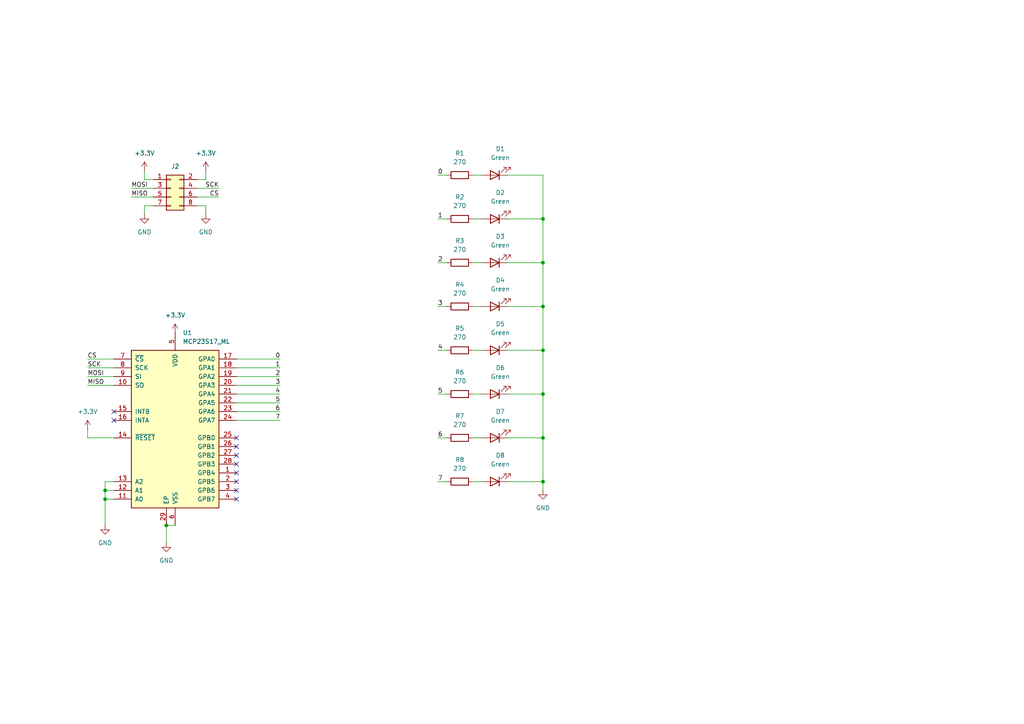
<source format=kicad_sch>
(kicad_sch (version 20231120) (generator "eeschema") (generator_version "8.0")
  (paper "A4")
  (title_block (title "${article} v${version}"))
  (lib_symbols
    (symbol "kicad_inventree_lib:LED_green_1206_reverse" (pin_numbers hide) (pin_names (offset 1.016) hide)
      (property "Reference" "D" (at 0 2.54 0))
      (property "Value" "Green" (at 0 -2.54 0))
      (symbol "LED_green_1206_reverse_0_1"
        (polyline (pts (xy -1.27 -1.27) (xy -1.27 1.27)) (stroke (width 0.254)))
        (polyline (pts (xy -1.27 0) (xy 1.27 0)))
        (polyline (pts (xy 1.27 -1.27) (xy 1.27 1.27) (xy -1.27 0) (xy 1.27 -1.27)) (stroke (width 0.254)))
        (polyline (pts (xy -3.048 -0.762) (xy -4.572 -2.286) (xy -3.81 -2.286) (xy -4.572 -2.286) (xy -4.572 -1.524)))
        (polyline (pts (xy -1.778 -0.762) (xy -3.302 -2.286) (xy -2.54 -2.286) (xy -3.302 -2.286) (xy -3.302 -1.524)))
      )
      (symbol "LED_green_1206_reverse_1_1"
        (pin passive line (at -3.81 0 0) (length 2.54) (name "K") (number "1"))
        (pin passive line (at 3.81 0 180) (length 2.54) (name "A") (number "2"))
      )
    )
    (symbol "kicad_inventree_lib:MCP23S17_ML" (pin_names (offset 1.016))
      (property "Reference" "U" (at -11.43 24.13 0))
      (property "Value" "MCP23S17_ML" (at 0 0 0))
      (symbol "MCP23S17_ML_0_1"
        (rectangle (start -12.7 22.86) (end 12.7 -22.86) (stroke (width 0.254)) (fill (type background)))
      )
      (symbol "MCP23S17_ML_1_1"
        (pin bidirectional line (at 17.78 -12.7 180) (length 5.08) (name "GPB4") (number "1"))
        (pin output line (at -17.78 12.7 0) (length 5.08) (name "SO") (number "10"))
        (pin input line (at -17.78 -20.32 0) (length 5.08) (name "A0") (number "11"))
        (pin input line (at -17.78 -17.78 0) (length 5.08) (name "A1") (number "12"))
        (pin input line (at -17.78 -15.24 0) (length 5.08) (name "A2") (number "13"))
        (pin input line (at -17.78 -2.54 0) (length 5.08) (name "~{RESET}") (number "14"))
        (pin tri_state line (at -17.78 5.08 0) (length 5.08) (name "INTB") (number "15"))
        (pin tri_state line (at -17.78 2.54 0) (length 5.08) (name "INTA") (number "16"))
        (pin bidirectional line (at 17.78 20.32 180) (length 5.08) (name "GPA0") (number "17"))
        (pin bidirectional line (at 17.78 17.78 180) (length 5.08) (name "GPA1") (number "18"))
        (pin bidirectional line (at 17.78 15.24 180) (length 5.08) (name "GPA2") (number "19"))
        (pin bidirectional line (at 17.78 -15.24 180) (length 5.08) (name "GPB5") (number "2"))
        (pin bidirectional line (at 17.78 12.7 180) (length 5.08) (name "GPA3") (number "20"))
        (pin bidirectional line (at 17.78 10.16 180) (length 5.08) (name "GPA4") (number "21"))
        (pin bidirectional line (at 17.78 7.62 180) (length 5.08) (name "GPA5") (number "22"))
        (pin bidirectional line (at 17.78 5.08 180) (length 5.08) (name "GPA6") (number "23"))
        (pin bidirectional line (at 17.78 2.54 180) (length 5.08) (name "GPA7") (number "24"))
        (pin bidirectional line (at 17.78 -2.54 180) (length 5.08) (name "GPB0") (number "25"))
        (pin bidirectional line (at 17.78 -5.08 180) (length 5.08) (name "GPB1") (number "26"))
        (pin bidirectional line (at 17.78 -7.62 180) (length 5.08) (name "GPB2") (number "27"))
        (pin bidirectional line (at 17.78 -10.16 180) (length 5.08) (name "GPB3") (number "28"))
        (pin passive line (at -2.54 -27.94 90) (length 5.08) (name "EP") (number "29"))
        (pin bidirectional line (at 17.78 -17.78 180) (length 5.08) (name "GPB6") (number "3"))
        (pin bidirectional line (at 17.78 -20.32 180) (length 5.08) (name "GPB7") (number "4"))
        (pin power_in line (at 0 27.94 270) (length 5.08) (name "VDD") (number "5"))
        (pin power_in line (at 0 -27.94 90) (length 5.08) (name "VSS") (number "6"))
        (pin input line (at -17.78 20.32 0) (length 5.08) (name "~{CS}") (number "7"))
        (pin input line (at -17.78 17.78 0) (length 5.08) (name "SCK") (number "8"))
        (pin input line (at -17.78 15.24 0) (length 5.08) (name "SI") (number "9"))
      )
    )
    (symbol "kicad_inventree_lib:PinHeader_02x04_P2.54_THT_angle" (pin_names (offset 1.016) hide)
      (property "Reference" "J" (at 1.27 5.08 0))
      (property "Value" "PinHeader_02x04_P2.54_THT_angle" (at 1.27 -7.62 0))
      (symbol "PinHeader_02x04_P2.54_THT_angle_1_1"
        (rectangle (start -1.27 -4.953) (end 0 -5.207) (stroke (width 0.1524)))
        (rectangle (start -1.27 -2.413) (end 0 -2.667) (stroke (width 0.1524)))
        (rectangle (start -1.27 0.127) (end 0 -0.127) (stroke (width 0.1524)))
        (rectangle (start -1.27 2.667) (end 0 2.413) (stroke (width 0.1524)))
        (rectangle (start -1.27 3.81) (end 3.81 -6.35) (stroke (width 0.254)) (fill (type background)))
        (rectangle (start 3.81 -4.953) (end 2.54 -5.207) (stroke (width 0.1524)))
        (rectangle (start 3.81 -2.413) (end 2.54 -2.667) (stroke (width 0.1524)))
        (rectangle (start 3.81 0.127) (end 2.54 -0.127) (stroke (width 0.1524)))
        (rectangle (start 3.81 2.667) (end 2.54 2.413) (stroke (width 0.1524)))
        (pin passive line (at -5.08 2.54 0) (length 3.81) (name "Pin_1") (number "1"))
        (pin passive line (at 7.62 2.54 180) (length 3.81) (name "Pin_2") (number "2"))
        (pin passive line (at -5.08 0 0) (length 3.81) (name "Pin_3") (number "3"))
        (pin passive line (at 7.62 0 180) (length 3.81) (name "Pin_4") (number "4"))
        (pin passive line (at -5.08 -2.54 0) (length 3.81) (name "Pin_5") (number "5"))
        (pin passive line (at 7.62 -2.54 180) (length 3.81) (name "Pin_6") (number "6"))
        (pin passive line (at -5.08 -5.08 0) (length 3.81) (name "Pin_7") (number "7"))
        (pin passive line (at 7.62 -5.08 180) (length 3.81) (name "Pin_8") (number "8"))
      )
    )
    (symbol "kicad_inventree_lib:R_270_1206_1%" (pin_numbers hide) (pin_names (offset 0))
      (property "Reference" "R" (at 2.032 0 90))
      (property "Value" "270" (at 0 0 90))
      (symbol "R_270_1206_1%_0_1"
        (rectangle (start -1.016 -2.54) (end 1.016 2.54) (stroke (width 0.254)))
      )
      (symbol "R_270_1206_1%_1_1"
        (pin passive line (at 0 3.81 270) (length 1.27) (name "~") (number "1"))
        (pin passive line (at 0 -3.81 90) (length 1.27) (name "~") (number "2"))
      )
    )
    (symbol "power:+3.3V" (power) (pin_numbers hide) (pin_names (offset 0) hide)
      (property "Value" "+3.3V" (at 0 3.556 0))
      (symbol "+3.3V_0_1"
        (polyline (pts (xy -0.762 1.27) (xy 0 2.54)))
        (polyline (pts (xy 0 0) (xy 0 2.54)))
        (polyline (pts (xy 0 2.54) (xy 0.762 1.27)))
      )
      (symbol "+3.3V_1_1"
        (pin power_in line (at 0 0 90) (length 0) (name "~") (number "1"))
      )
    )
    (symbol "power:GND" (power) (pin_numbers hide) (pin_names (offset 0) hide)
      (property "Value" "GND" (at 0 -3.81 0))
      (symbol "GND_0_1"
        (polyline (pts (xy 0 0) (xy 0 -1.27) (xy 1.27 -1.27) (xy 0 -2.54) (xy -1.27 -1.27) (xy 0 -1.27)))
      )
      (symbol "GND_1_1"
        (pin power_in line (at 0 0 270) (length 0) (name "~") (number "1"))
      )
    )
  )
  (junction (at 157.48 101.6))
  (junction (at 157.48 63.5))
  (junction (at 30.48 142.24))
  (junction (at 157.48 88.9))
  (junction (at 157.48 139.7))
  (junction (at 157.48 76.2))
  (junction (at 48.26 152.4))
  (junction (at 157.48 114.3))
  (junction (at 157.48 127))
  (junction (at 30.48 144.78))
  (no_connect (at 68.58 134.62))
  (no_connect (at 68.58 144.78))
  (no_connect (at 33.02 119.38))
  (no_connect (at 68.58 137.16))
  (no_connect (at 33.02 121.92))
  (no_connect (at 68.58 132.08))
  (no_connect (at 68.58 129.54))
  (no_connect (at 68.58 139.7))
  (no_connect (at 68.58 127))
  (no_connect (at 68.58 142.24))
  (wire (pts (xy 68.58 111.76) (xy 81.28 111.76)))
  (wire (pts (xy 33.02 142.24) (xy 30.48 142.24)))
  (wire (pts (xy 147.32 127) (xy 157.48 127)))
  (wire (pts (xy 157.48 101.6) (xy 157.48 114.3)))
  (wire (pts (xy 127 139.7) (xy 129.54 139.7)))
  (wire (pts (xy 68.58 121.92) (xy 81.28 121.92)))
  (wire (pts (xy 59.69 52.07) (xy 57.15 52.07)))
  (wire (pts (xy 68.58 109.22) (xy 81.28 109.22)))
  (wire (pts (xy 41.91 52.07) (xy 41.91 49.53)))
  (wire (pts (xy 68.58 114.3) (xy 81.28 114.3)))
  (wire (pts (xy 157.48 63.5) (xy 157.48 76.2)))
  (wire (pts (xy 127 114.3) (xy 129.54 114.3)))
  (wire (pts (xy 147.32 139.7) (xy 157.48 139.7)))
  (wire (pts (xy 147.32 101.6) (xy 157.48 101.6)))
  (wire (pts (xy 25.4 127) (xy 25.4 124.46)))
  (wire (pts (xy 157.48 139.7) (xy 157.48 142.24)))
  (wire (pts (xy 137.16 127) (xy 139.7 127)))
  (wire (pts (xy 38.1 54.61) (xy 44.45 54.61)))
  (wire (pts (xy 38.1 57.15) (xy 44.45 57.15)))
  (wire (pts (xy 30.48 139.7) (xy 30.48 142.24)))
  (wire (pts (xy 137.16 114.3) (xy 139.7 114.3)))
  (wire (pts (xy 137.16 76.2) (xy 139.7 76.2)))
  (wire (pts (xy 30.48 152.4) (xy 30.48 144.78)))
  (wire (pts (xy 59.69 59.69) (xy 57.15 59.69)))
  (wire (pts (xy 30.48 142.24) (xy 30.48 144.78)))
  (wire (pts (xy 137.16 88.9) (xy 139.7 88.9)))
  (wire (pts (xy 157.48 114.3) (xy 157.48 127)))
  (wire (pts (xy 157.48 88.9) (xy 157.48 101.6)))
  (wire (pts (xy 147.32 88.9) (xy 157.48 88.9)))
  (wire (pts (xy 147.32 76.2) (xy 157.48 76.2)))
  (wire (pts (xy 137.16 63.5) (xy 139.7 63.5)))
  (wire (pts (xy 59.69 49.53) (xy 59.69 52.07)))
  (wire (pts (xy 157.48 50.8) (xy 157.48 63.5)))
  (wire (pts (xy 25.4 106.68) (xy 33.02 106.68)))
  (wire (pts (xy 57.15 54.61) (xy 63.5 54.61)))
  (wire (pts (xy 127 63.5) (xy 129.54 63.5)))
  (wire (pts (xy 25.4 104.14) (xy 33.02 104.14)))
  (wire (pts (xy 57.15 57.15) (xy 63.5 57.15)))
  (wire (pts (xy 68.58 106.68) (xy 81.28 106.68)))
  (wire (pts (xy 44.45 59.69) (xy 41.91 59.69)))
  (wire (pts (xy 127 127) (xy 129.54 127)))
  (wire (pts (xy 127 76.2) (xy 129.54 76.2)))
  (wire (pts (xy 59.69 62.23) (xy 59.69 59.69)))
  (wire (pts (xy 30.48 144.78) (xy 33.02 144.78)))
  (wire (pts (xy 68.58 104.14) (xy 81.28 104.14)))
  (wire (pts (xy 48.26 152.4) (xy 50.8 152.4)))
  (wire (pts (xy 147.32 63.5) (xy 157.48 63.5)))
  (wire (pts (xy 137.16 50.8) (xy 139.7 50.8)))
  (wire (pts (xy 68.58 116.84) (xy 81.28 116.84)))
  (wire (pts (xy 147.32 114.3) (xy 157.48 114.3)))
  (wire (pts (xy 127 88.9) (xy 129.54 88.9)))
  (wire (pts (xy 127 101.6) (xy 129.54 101.6)))
  (wire (pts (xy 147.32 50.8) (xy 157.48 50.8)))
  (wire (pts (xy 157.48 127) (xy 157.48 139.7)))
  (wire (pts (xy 41.91 59.69) (xy 41.91 62.23)))
  (wire (pts (xy 137.16 101.6) (xy 139.7 101.6)))
  (wire (pts (xy 68.58 119.38) (xy 81.28 119.38)))
  (wire (pts (xy 137.16 139.7) (xy 139.7 139.7)))
  (wire (pts (xy 44.45 52.07) (xy 41.91 52.07)))
  (wire (pts (xy 48.26 152.4) (xy 48.26 157.48)))
  (wire (pts (xy 127 50.8) (xy 129.54 50.8)))
  (wire (pts (xy 25.4 109.22) (xy 33.02 109.22)))
  (wire (pts (xy 33.02 139.7) (xy 30.48 139.7)))
  (wire (pts (xy 25.4 111.76) (xy 33.02 111.76)))
  (wire (pts (xy 157.48 76.2) (xy 157.48 88.9)))
  (wire (pts (xy 33.02 127) (xy 25.4 127)))
  (label "3" (at 127 88.9 0))
  (label "2" (at 81.28 109.22 180))
  (label "SCK" (at 63.5 54.61 180))
  (label "6" (at 81.28 119.38 180))
  (label "2" (at 127 76.2 0))
  (label "SCK" (at 25.4 106.68 0))
  (label "7" (at 81.28 121.92 180))
  (label "MOSI" (at 38.1 54.61 0))
  (label "0" (at 127 50.8 0))
  (label "3" (at 81.28 111.76 180))
  (label "1" (at 127 63.5 0))
  (label "6" (at 127 127 0))
  (label "MISO" (at 38.1 57.15 0))
  (label "1" (at 81.28 106.68 180))
  (label "4" (at 81.28 114.3 180))
  (label "0" (at 81.28 104.14 180))
  (label "CS" (at 63.5 57.15 180))
  (label "MOSI" (at 25.4 109.22 0))
  (label "5" (at 81.28 116.84 180))
  (label "MISO" (at 25.4 111.76 0))
  (label "CS" (at 25.4 104.14 0))
  (label "4" (at 127 101.6 0))
  (label "7" (at 127 139.7 0))
  (label "5" (at 127 114.3 0))
  (symbol (lib_id "power:GND") (at 59.69 62.23 0) (unit 1)
    (property "Reference" "#PWR06" (effects (hide yes)))
    (property "Value" "GND" (at 59.69 67.31 0))
    (property "Description" "Power symbol creates a global label with name \"GND\" , ground" (effects (hide yes)))
  )
  (symbol (lib_id "power:+3.3V") (at 41.91 49.53 0) (unit 1)
    (property "Reference" "#PWR03" (effects (hide yes)))
    (property "Value" "+3.3V" (at 41.91 44.45 0))
    (property "Description" "Power symbol creates a global label with name \"+3.3V\"" (effects (hide yes)))
  )
  (symbol (lib_id "kicad_inventree_lib:LED_green_1206_reverse") (at 143.51 127 180) (unit 1)
    (property "Reference" "D7" (at 145.0975 119.38 0))
    (property "Value" "Green" (at 145.0975 121.92 0))
    (property "Footprint" "kicad_inventree_lib:LED_1206_3216Metric_ReverseMount_Hole1.8x2.4mm" (effects (hide yes)))
    (property "Datasheet" "http://inventree.network/part/129/" (effects (hide yes)))
    (property "Description" "Light emitting diode" (effects (hide yes)))
    (property "part_ipn" "LED_green_1206_reverse" (effects (hide yes)))
  )
  (symbol (lib_id "power:GND") (at 41.91 62.23 0) (unit 1)
    (property "Reference" "#PWR04" (effects (hide yes)))
    (property "Value" "GND" (at 41.91 67.31 0))
    (property "Description" "Power symbol creates a global label with name \"GND\" , ground" (effects (hide yes)))
  )
  (symbol (lib_id "kicad_inventree_lib:LED_green_1206_reverse") (at 143.51 76.2 180) (unit 1)
    (property "Reference" "D3" (at 145.0975 68.58 0))
    (property "Value" "Green" (at 145.0975 71.12 0))
    (property "Footprint" "kicad_inventree_lib:LED_1206_3216Metric_ReverseMount_Hole1.8x2.4mm" (effects (hide yes)))
    (property "Datasheet" "http://inventree.network/part/129/" (effects (hide yes)))
    (property "Description" "Light emitting diode" (effects (hide yes)))
    (property "part_ipn" "LED_green_1206_reverse" (effects (hide yes)))
  )
  (symbol (lib_id "power:+3.3V") (at 59.69 49.53 0) (unit 1)
    (property "Reference" "#PWR05" (effects (hide yes)))
    (property "Value" "+3.3V" (at 59.69 44.45 0))
    (property "Description" "Power symbol creates a global label with name \"+3.3V\"" (effects (hide yes)))
  )
  (symbol (lib_id "power:GND") (at 48.26 157.48 0) (unit 1)
    (property "Reference" "#PWR07" (effects (hide yes)))
    (property "Value" "GND" (at 48.26 162.56 0))
    (property "Description" "Power symbol creates a global label with name \"GND\" , ground" (effects (hide yes)))
  )
  (symbol (lib_id "power:+3.3V") (at 50.8 96.52 0) (unit 1)
    (property "Reference" "#PWR08" (effects (hide yes)))
    (property "Value" "+3.3V" (at 50.8 91.44 0))
    (property "Description" "Power symbol creates a global label with name \"+3.3V\"" (effects (hide yes)))
  )
  (symbol (lib_id "kicad_inventree_lib:R_270_1206_1%") (at 133.35 76.2 90) (unit 1)
    (property "Reference" "R3" (at 133.35 69.85 90))
    (property "Value" "270" (at 133.35 72.39 90))
    (property "Footprint" "Resistor_SMD:R_1206_3216Metric_Pad1.30x1.75mm_HandSolder" (effects (hide yes)))
    (property "Datasheet" "https://www.hqonline.com/product-detail/chip-resistors-fojan-frc2512f1101ts-2500371841" (effects (hide yes)))
    (property "Description" "Resistor" (effects (hide yes)))
    (property "NextPCB_price" "0.00289" (effects (hide yes)))
    (property "NextPCB_url" "https://www.hqonline.com/product-detail/chip-resistors-ralec-rtt062700ftp-2500346938" (effects (hide yes)))
    (property "part_ipn" "R_270_1206_1%" (effects (hide yes)))
  )
  (symbol (lib_id "kicad_inventree_lib:R_270_1206_1%") (at 133.35 139.7 90) (unit 1)
    (property "Reference" "R8" (at 133.35 133.35 90))
    (property "Value" "270" (at 133.35 135.89 90))
    (property "Footprint" "Resistor_SMD:R_1206_3216Metric_Pad1.30x1.75mm_HandSolder" (effects (hide yes)))
    (property "Datasheet" "https://www.hqonline.com/product-detail/chip-resistors-fojan-frc2512f1101ts-2500371841" (effects (hide yes)))
    (property "Description" "Resistor" (effects (hide yes)))
    (property "NextPCB_price" "0.00289" (effects (hide yes)))
    (property "NextPCB_url" "https://www.hqonline.com/product-detail/chip-resistors-ralec-rtt062700ftp-2500346938" (effects (hide yes)))
    (property "part_ipn" "R_270_1206_1%" (effects (hide yes)))
  )
  (symbol (lib_id "kicad_inventree_lib:R_270_1206_1%") (at 133.35 63.5 90) (unit 1)
    (property "Reference" "R2" (at 133.35 57.15 90))
    (property "Value" "270" (at 133.35 59.69 90))
    (property "Footprint" "Resistor_SMD:R_1206_3216Metric_Pad1.30x1.75mm_HandSolder" (effects (hide yes)))
    (property "Datasheet" "https://www.hqonline.com/product-detail/chip-resistors-fojan-frc2512f1101ts-2500371841" (effects (hide yes)))
    (property "Description" "Resistor" (effects (hide yes)))
    (property "NextPCB_price" "0.00289" (effects (hide yes)))
    (property "NextPCB_url" "https://www.hqonline.com/product-detail/chip-resistors-ralec-rtt062700ftp-2500346938" (effects (hide yes)))
    (property "part_ipn" "R_270_1206_1%" (effects (hide yes)))
  )
  (symbol (lib_id "power:+3.3V") (at 25.4 124.46 0) (unit 1)
    (property "Reference" "#PWR09" (effects (hide yes)))
    (property "Value" "+3.3V" (at 25.4 119.38 0))
    (property "Description" "Power symbol creates a global label with name \"+3.3V\"" (effects (hide yes)))
  )
  (symbol (lib_id "power:GND") (at 30.48 152.4 0) (unit 1)
    (property "Reference" "#PWR02" (effects (hide yes)))
    (property "Value" "GND" (at 30.48 157.48 0))
    (property "Description" "Power symbol creates a global label with name \"GND\" , ground" (effects (hide yes)))
  )
  (symbol (lib_id "kicad_inventree_lib:R_270_1206_1%") (at 133.35 50.8 90) (unit 1)
    (property "Reference" "R1" (at 133.35 44.45 90))
    (property "Value" "270" (at 133.35 46.99 90))
    (property "Footprint" "Resistor_SMD:R_1206_3216Metric_Pad1.30x1.75mm_HandSolder" (effects (hide yes)))
    (property "Datasheet" "https://www.hqonline.com/product-detail/chip-resistors-fojan-frc2512f1101ts-2500371841" (effects (hide yes)))
    (property "Description" "Resistor" (effects (hide yes)))
    (property "NextPCB_price" "0.00289" (effects (hide yes)))
    (property "NextPCB_url" "https://www.hqonline.com/product-detail/chip-resistors-ralec-rtt062700ftp-2500346938" (effects (hide yes)))
    (property "part_ipn" "R_270_1206_1%" (effects (hide yes)))
  )
  (symbol (lib_id "power:GND") (at 157.48 142.24 0) (unit 1)
    (property "Reference" "#PWR01" (effects (hide yes)))
    (property "Value" "GND" (at 157.48 147.32 0))
    (property "Description" "Power symbol creates a global label with name \"GND\" , ground" (effects (hide yes)))
  )
  (symbol (lib_id "kicad_inventree_lib:R_270_1206_1%") (at 133.35 88.9 90) (unit 1)
    (property "Reference" "R4" (at 133.35 82.55 90))
    (property "Value" "270" (at 133.35 85.09 90))
    (property "Footprint" "Resistor_SMD:R_1206_3216Metric_Pad1.30x1.75mm_HandSolder" (effects (hide yes)))
    (property "Datasheet" "https://www.hqonline.com/product-detail/chip-resistors-fojan-frc2512f1101ts-2500371841" (effects (hide yes)))
    (property "Description" "Resistor" (effects (hide yes)))
    (property "NextPCB_price" "0.00289" (effects (hide yes)))
    (property "NextPCB_url" "https://www.hqonline.com/product-detail/chip-resistors-ralec-rtt062700ftp-2500346938" (effects (hide yes)))
    (property "part_ipn" "R_270_1206_1%" (effects (hide yes)))
  )
  (symbol (lib_id "kicad_inventree_lib:LED_green_1206_reverse") (at 143.51 50.8 180) (unit 1)
    (property "Reference" "D1" (at 145.0975 43.18 0))
    (property "Value" "Green" (at 145.0975 45.72 0))
    (property "Footprint" "kicad_inventree_lib:LED_1206_3216Metric_ReverseMount_Hole1.8x2.4mm" (effects (hide yes)))
    (property "Datasheet" "http://inventree.network/part/129/" (effects (hide yes)))
    (property "Description" "Light emitting diode" (effects (hide yes)))
    (property "part_ipn" "LED_green_1206_reverse" (effects (hide yes)))
  )
  (symbol (lib_id "kicad_inventree_lib:R_270_1206_1%") (at 133.35 127 90) (unit 1)
    (property "Reference" "R7" (at 133.35 120.65 90))
    (property "Value" "270" (at 133.35 123.19 90))
    (property "Footprint" "Resistor_SMD:R_1206_3216Metric_Pad1.30x1.75mm_HandSolder" (effects (hide yes)))
    (property "Datasheet" "https://www.hqonline.com/product-detail/chip-resistors-fojan-frc2512f1101ts-2500371841" (effects (hide yes)))
    (property "Description" "Resistor" (effects (hide yes)))
    (property "NextPCB_price" "0.00289" (effects (hide yes)))
    (property "NextPCB_url" "https://www.hqonline.com/product-detail/chip-resistors-ralec-rtt062700ftp-2500346938" (effects (hide yes)))
    (property "part_ipn" "R_270_1206_1%" (effects (hide yes)))
  )
  (symbol (lib_id "kicad_inventree_lib:PinHeader_02x04_P2.54_THT_angle") (at 49.53 54.61 0) (unit 1)
    (property "Reference" "J2" (at 50.8 48.26 0))
    (property "Value" "PinHeader_02x04_P2.54_THT_angle" (effects (hide yes)))
    (property "Footprint" "Connector_PinHeader_2.54mm:PinHeader_2x04_P2.54mm_Horizontal" (effects (hide yes)))
    (property "Datasheet" "http://inventree.network/part/128/" (effects (hide yes)))
    (property "Description" "Generic connector, double row, 02x04, odd/even pin numbering scheme (row 1 odd numbers, row 2 even numbers), script generated (kicad-library-utils/schlib/autogen/connector/)" (effects (hide yes)))
    (property "part_ipn" "PinHeader_02x04_P2.54_THT_angle" (effects (hide yes)))
  )
  (symbol (lib_id "kicad_inventree_lib:R_270_1206_1%") (at 133.35 114.3 90) (unit 1)
    (property "Reference" "R6" (at 133.35 107.95 90))
    (property "Value" "270" (at 133.35 110.49 90))
    (property "Footprint" "Resistor_SMD:R_1206_3216Metric_Pad1.30x1.75mm_HandSolder" (effects (hide yes)))
    (property "Datasheet" "https://www.hqonline.com/product-detail/chip-resistors-fojan-frc2512f1101ts-2500371841" (effects (hide yes)))
    (property "Description" "Resistor" (effects (hide yes)))
    (property "NextPCB_price" "0.00289" (effects (hide yes)))
    (property "NextPCB_url" "https://www.hqonline.com/product-detail/chip-resistors-ralec-rtt062700ftp-2500346938" (effects (hide yes)))
    (property "part_ipn" "R_270_1206_1%" (effects (hide yes)))
  )
  (symbol (lib_id "kicad_inventree_lib:LED_green_1206_reverse") (at 143.51 101.6 180) (unit 1)
    (property "Reference" "D5" (at 145.0975 93.98 0))
    (property "Value" "Green" (at 145.0975 96.52 0))
    (property "Footprint" "kicad_inventree_lib:LED_1206_3216Metric_ReverseMount_Hole1.8x2.4mm" (effects (hide yes)))
    (property "Datasheet" "http://inventree.network/part/129/" (effects (hide yes)))
    (property "Description" "Light emitting diode" (effects (hide yes)))
    (property "part_ipn" "LED_green_1206_reverse" (effects (hide yes)))
  )
  (symbol (lib_id "kicad_inventree_lib:LED_green_1206_reverse") (at 143.51 63.5 180) (unit 1)
    (property "Reference" "D2" (at 145.0975 55.88 0))
    (property "Value" "Green" (at 145.0975 58.42 0))
    (property "Footprint" "kicad_inventree_lib:LED_1206_3216Metric_ReverseMount_Hole1.8x2.4mm" (effects (hide yes)))
    (property "Datasheet" "http://inventree.network/part/129/" (effects (hide yes)))
    (property "Description" "Light emitting diode" (effects (hide yes)))
    (property "part_ipn" "LED_green_1206_reverse" (effects (hide yes)))
  )
  (symbol (lib_id "kicad_inventree_lib:MCP23S17_ML") (at 50.8 124.46 0) (unit 1)
    (property "Reference" "U1" (at 52.9941 96.52 0) (effects (justify left)))
    (property "Value" "MCP23S17_ML" (at 52.9941 99.06 0) (effects (justify left)))
    (property "Footprint" "Package_DFN_QFN:QFN-28-1EP_6x6mm_P0.65mm_EP4.25x4.25mm" (effects (hide yes)))
    (property "Datasheet" "http://inventree.network/part/106/" (effects (hide yes)))
    (property "Description" "16-bit I/O expander, SPI, interrupts, w pull-ups, QFN-28" (effects (hide yes)))
    (property "part_ipn" "MCP23S17-E/ML" (effects (hide yes)))
  )
  (symbol (lib_id "kicad_inventree_lib:LED_green_1206_reverse") (at 143.51 114.3 180) (unit 1)
    (property "Reference" "D6" (at 145.0975 106.68 0))
    (property "Value" "Green" (at 145.0975 109.22 0))
    (property "Footprint" "kicad_inventree_lib:LED_1206_3216Metric_ReverseMount_Hole1.8x2.4mm" (effects (hide yes)))
    (property "Datasheet" "http://inventree.network/part/129/" (effects (hide yes)))
    (property "Description" "Light emitting diode" (effects (hide yes)))
    (property "part_ipn" "LED_green_1206_reverse" (effects (hide yes)))
  )
  (symbol (lib_id "kicad_inventree_lib:LED_green_1206_reverse") (at 143.51 139.7 180) (unit 1)
    (property "Reference" "D8" (at 145.0975 132.08 0))
    (property "Value" "Green" (at 145.0975 134.62 0))
    (property "Footprint" "kicad_inventree_lib:LED_1206_3216Metric_ReverseMount_Hole1.8x2.4mm" (effects (hide yes)))
    (property "Datasheet" "http://inventree.network/part/129/" (effects (hide yes)))
    (property "Description" "Light emitting diode" (effects (hide yes)))
    (property "part_ipn" "LED_green_1206_reverse" (effects (hide yes)))
  )
  (symbol (lib_id "kicad_inventree_lib:LED_green_1206_reverse") (at 143.51 88.9 180) (unit 1)
    (property "Reference" "D4" (at 145.0975 81.28 0))
    (property "Value" "Green" (at 145.0975 83.82 0))
    (property "Footprint" "kicad_inventree_lib:LED_1206_3216Metric_ReverseMount_Hole1.8x2.4mm" (effects (hide yes)))
    (property "Datasheet" "http://inventree.network/part/129/" (effects (hide yes)))
    (property "Description" "Light emitting diode" (effects (hide yes)))
    (property "part_ipn" "LED_green_1206_reverse" (effects (hide yes)))
  )
  (symbol (lib_id "kicad_inventree_lib:R_270_1206_1%") (at 133.35 101.6 90) (unit 1)
    (property "Reference" "R5" (at 133.35 95.25 90))
    (property "Value" "270" (at 133.35 97.79 90))
    (property "Footprint" "Resistor_SMD:R_1206_3216Metric_Pad1.30x1.75mm_HandSolder" (effects (hide yes)))
    (property "Datasheet" "https://www.hqonline.com/product-detail/chip-resistors-fojan-frc2512f1101ts-2500371841" (effects (hide yes)))
    (property "Description" "Resistor" (effects (hide yes)))
    (property "NextPCB_price" "0.00289" (effects (hide yes)))
    (property "NextPCB_url" "https://www.hqonline.com/product-detail/chip-resistors-ralec-rtt062700ftp-2500346938" (effects (hide yes)))
    (property "part_ipn" "R_270_1206_1%" (effects (hide yes)))
  )
)
</source>
